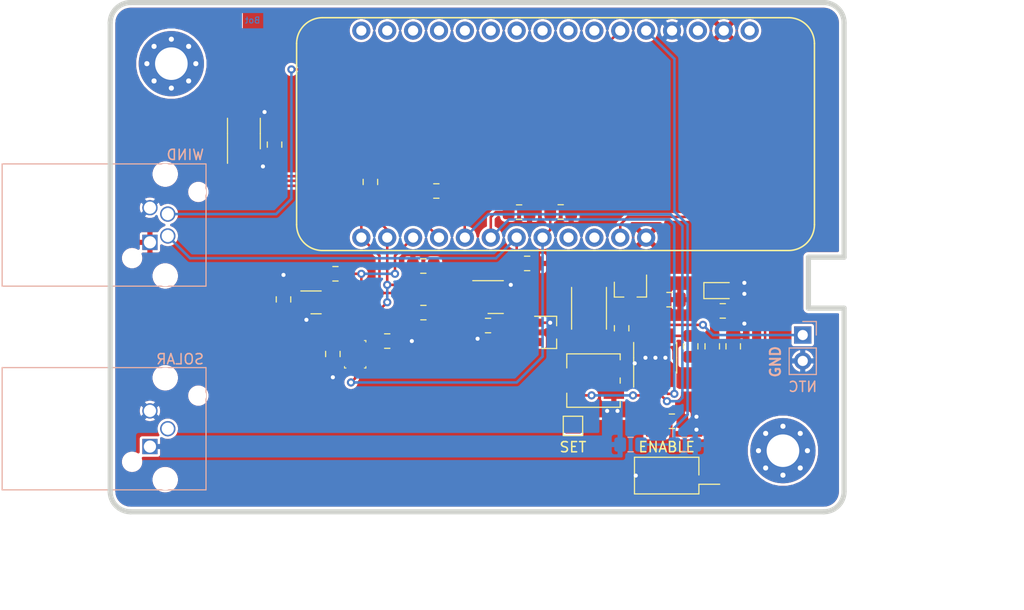
<source format=kicad_pcb>
(kicad_pcb (version 20171130) (host pcbnew "(5.1.6)-1")
  (title_block (title "Sensor Hub") (date 2020-07-11) (rev 1.1) (company https://www.kampis-elektroecke.de) (comment 1 "Author: Daniel Kampert") (comment 4 "Sensor Hub"))
  (layers (0 F.Cu signal) (31 B.Cu signal) (34 B.Paste user) (35 F.Paste user hide) (36 B.SilkS user) (37 F.SilkS user) (38 B.Mask user) (39 F.Mask user) (44 Edge.Cuts user))
  (net 0 "")
  (net 1 +3V3)
  (net 2 GND)
  (net 3 /SDA)
  (net 4 /SCL)
  (net 5 /LightAlert)
  (net 6 "Net-(M1-Pad27)")
  (net 7 /LiPo+)
  (net 8 VS)
  (net 9 /~FAULT)
  (net 10 /~CHRG)
  (net 11 /~TempAlert)
  (net 12 "Net-(IC2-Pad8)")
  (net 13 "Net-(M1-Pad5)")
  (net 14 /WindSensor)
  (net 15 "Net-(C3-Pad1)")
  (net 16 "Net-(C3-Pad2)")
  (net 17 "Net-(IC2-Pad2)")
  (net 18 "Net-(IC2-Pad7)")
  (net 19 "Net-(IC2-Pad10)")
  (net 20 /WindDirection)
  (net 21 "Net-(R4-Pad2)")
  (net 22 "Net-(IC1-Pad4)")
  (net 23 /VEML_ACK)
  (net 24 "Net-(IC4-Pad8)")
  (net 25 +5V)
  (net 26 "Net-(M1-Pad25)")
  (net 27 "Net-(M1-Pad7)")
  (net 28 "Net-(M1-Pad8)")
  (net 29 "Net-(M1-Pad9)")
  (net 30 "Net-(M1-Pad10)")
  (net 31 "Net-(M1-Pad11)")
  (net 32 "Net-(M1-Pad12)")
  (net 33 "Net-(M1-Pad13)")
  (net 34 "Net-(M1-Pad14)")
  (net 35 "Net-(M1-Pad15)")
  (net 36 "Net-(M1-Pad16)")
  (net 37 "Net-(M1-Pad3)")
  (net 38 "Net-(M1-Pad1)")
  (net 39 "Net-(X2-Pad2)")
  (module Fiducial:Fiducial_0.5mm_Mask1.5mm (layer F.Cu) (at 128.1618 107.715)
    (fp_text reference REF** hide)
    (fp_text value Fiducial_0.5mm_Mask1.5mm hide)
    (pad "" smd circle (at 0 0) (size 0.5 0.5) (layers F.Cu F.Mask) (clearance 0.5))
  )
  (module Fiducial:Fiducial_0.5mm_Mask1.5mm (layer F.Cu) (at 195.1618 77.715)
    (fp_text reference REF** hide)
    (fp_text value Fiducial_0.5mm_Mask1.5mm hide)
    (pad "" smd circle (at 0 0) (size 0.5 0.5) (layers F.Cu F.Mask) (clearance 0.5))
  )
  (module Resistor_SMD:R_0805_2012Metric_Pad1.15x1.40mm_HandSolder (layer F.Cu) (at 150.6888 93.33 270)
    (fp_text reference R15 hide)
    (fp_text value 3k3 hide)
    (pad 2 smd roundrect (at 1.025 0 270) (size 1.15 1.4) (layers F.Cu F.Paste F.Mask) (roundrect_rratio 0.217391) (net 11 /~TempAlert))
    (pad 1 smd roundrect (at -1.025 0 270) (size 1.15 1.4) (layers F.Cu F.Paste F.Mask) (roundrect_rratio 0.217391) (net 1 +3V3))
  )
  (module Modules:ParticleArgon (layer F.Cu) (at 168.8498 88.631 270)
    (fp_text reference M1 hide)
    (fp_text value ParticleArgon hide)
    (pad 28 thru_hole circle (at 10.16 -8.89 270) (size 1.778 1.778) (drill 1) (layers *.Cu *.Mask) (net 7 /LiPo+))
    (pad 27 thru_hole circle (at 10.16 -6.35 270) (size 1.778 1.778) (drill 1) (layers *.Cu *.Mask) (net 6 "Net-(M1-Pad27)"))
    (pad 26 thru_hole circle (at 10.16 -3.81 270) (size 1.778 1.778) (drill 1) (layers *.Cu *.Mask) (net 25 +5V))
    (pad 25 thru_hole circle (at 10.16 -1.27 270) (size 1.778 1.778) (drill 1) (layers *.Cu *.Mask) (net 26 "Net-(M1-Pad25)"))
    (pad 24 thru_hole circle (at 10.16 1.27 270) (size 1.778 1.778) (drill 1) (layers *.Cu *.Mask) (net 23 /VEML_ACK))
    (pad 23 thru_hole circle (at 10.16 3.81 270) (size 1.778 1.778) (drill 1) (layers *.Cu *.Mask) (net 14 /WindSensor))
    (pad 22 thru_hole circle (at 10.16 6.35 270) (size 1.778 1.778) (drill 1) (layers *.Cu *.Mask) (net 9 /~FAULT))
    (pad 21 thru_hole circle (at 10.16 8.89 270) (size 1.778 1.778) (drill 1) (layers *.Cu *.Mask) (net 10 /~CHRG))
    (pad 20 thru_hole circle (at 10.16 11.43 270) (size 1.778 1.778) (drill 1) (layers *.Cu *.Mask) (net 11 /~TempAlert))
    (pad 19 thru_hole circle (at 10.16 13.97 270) (size 1.778 1.778) (drill 1) (layers *.Cu *.Mask) (net 5 /LightAlert))
    (pad 18 thru_hole circle (at 10.16 16.51 270) (size 1.778 1.778) (drill 1) (layers *.Cu *.Mask) (net 4 /SCL))
    (pad 17 thru_hole circle (at 10.16 19.05 270) (size 1.778 1.778) (drill 1) (layers *.Cu *.Mask) (net 3 /SDA))
    (pad 5 thru_hole circle (at -10.16 -8.89 270) (size 1.778 1.778) (drill 1) (layers *.Cu *.Mask) (net 13 "Net-(M1-Pad5)"))
    (pad 6 thru_hole circle (at -10.16 -6.35 270) (size 1.778 1.778) (drill 1) (layers *.Cu *.Mask) (net 20 /WindDirection))
    (pad 7 thru_hole circle (at -10.16 -3.81 270) (size 1.778 1.778) (drill 1) (layers *.Cu *.Mask) (net 27 "Net-(M1-Pad7)"))
    (pad 8 thru_hole circle (at -10.16 -1.27 270) (size 1.778 1.778) (drill 1) (layers *.Cu *.Mask) (net 28 "Net-(M1-Pad8)"))
    (pad 9 thru_hole circle (at -10.16 1.27 270) (size 1.778 1.778) (drill 1) (layers *.Cu *.Mask) (net 29 "Net-(M1-Pad9)"))
    (pad 10 thru_hole circle (at -10.16 3.81 270) (size 1.778 1.778) (drill 1) (layers *.Cu *.Mask) (net 30 "Net-(M1-Pad10)"))
    (pad 11 thru_hole circle (at -10.16 6.35 270) (size 1.778 1.778) (drill 1) (layers *.Cu *.Mask) (net 31 "Net-(M1-Pad11)"))
    (pad 12 thru_hole circle (at -10.16 8.89 270) (size 1.778 1.778) (drill 1) (layers *.Cu *.Mask) (net 32 "Net-(M1-Pad12)"))
    (pad 13 thru_hole circle (at -10.16 11.43 270) (size 1.778 1.778) (drill 1) (layers *.Cu *.Mask) (net 33 "Net-(M1-Pad13)"))
    (pad 14 thru_hole circle (at -10.16 13.97 270) (size 1.778 1.778) (drill 1) (layers *.Cu *.Mask) (net 34 "Net-(M1-Pad14)"))
    (pad 15 thru_hole circle (at -10.16 16.51 270) (size 1.778 1.778) (drill 1) (layers *.Cu *.Mask) (net 35 "Net-(M1-Pad15)"))
    (pad 16 thru_hole circle (at -10.16 19.05 270) (size 1.778 1.778) (drill 1) (layers *.Cu *.Mask) (net 36 "Net-(M1-Pad16)"))
    (pad 4 thru_hole circle (at -10.16 -11.43 270) (size 1.778 1.778) (drill 1) (layers *.Cu *.Mask) (net 2 GND))
    (pad 3 thru_hole circle (at -10.16 -13.97 270) (size 1.778 1.778) (drill 1) (layers *.Cu *.Mask) (net 37 "Net-(M1-Pad3)"))
    (pad 2 thru_hole circle (at -10.16 -16.51 270) (size 1.778 1.778) (drill 1) (layers *.Cu *.Mask) (net 1 +3V3))
    (pad 1 thru_hole circle (at -10.16 -19.05 270) (size 1.778 1.778) (drill 1) (layers *.Cu *.Mask) (net 38 "Net-(M1-Pad1)"))
  )
  (module Connector_TE:2-2172067-2 (layer B.Cu) (at 130.812 117.559 90)
    (fp_text reference X2 hide)
    (fp_text value SOLAR (at 6.83 1.2078 180) (layer B.SilkS) (effects (justify mirror)))
    (pad "" np_thru_hole circle (at -5 -0.25 90) (size 2 2) (drill 2) (layers *.Cu *.Mask))
    (pad "" np_thru_hole circle (at 5 -0.25 90) (size 2 2) (drill 2) (layers *.Cu *.Mask))
    (pad 2 thru_hole circle (at 0 0 90) (size 1.5 1.5) (drill 1.2) (layers *.Cu) (net 39 "Net-(X2-Pad2)"))
    (pad 1 thru_hole rect (at -1.75 -1.75 90) (size 1.5 1.5) (drill 1.2) (layers *.Cu) (net 8 VS))
    (pad 3 thru_hole circle (at 1.75 -1.75 90) (size 1.5 1.5) (drill 1.2) (layers *.Cu) (net 2 GND))
    (pad "" np_thru_hole circle (at 3.25 3 90) (size 1.5 1.5) (drill 1.5) (layers *.Cu *.Mask))
    (pad "" np_thru_hole circle (at -3.25 -3.5 90) (size 1.5 1.5) (drill 1.5) (layers *.Cu *.Mask))
  )
  (module Connector_TE:3-2172067-2 (layer B.Cu) (at 130.812 97.559 90)
    (fp_text reference X1 hide)
    (fp_text value WIND (at 6.896 1.7158 180) (layer B.SilkS) (effects (justify mirror)))
    (pad 4 thru_hole circle (at 1.7 -1.75 90) (size 1.5 1.5) (drill 1.2) (layers *.Cu) (net 2 GND))
    (pad "" np_thru_hole circle (at -5 -0.25 90) (size 2 2) (drill 2) (layers *.Cu *.Mask))
    (pad "" np_thru_hole circle (at 5 -0.25 90) (size 2 2) (drill 2) (layers *.Cu *.Mask))
    (pad 2 thru_hole circle (at -1.075 0 90) (size 1.5 1.5) (drill 1.2) (layers *.Cu) (net 14 /WindSensor))
    (pad 1 thru_hole rect (at -1.7 -1.75 90) (size 1.5 1.5) (drill 1.2) (layers *.Cu) (net 1 +3V3))
    (pad 3 thru_hole circle (at 1.075 0 90) (size 1.5 1.5) (drill 1.2) (layers *.Cu) (net 20 /WindDirection))
    (pad "" np_thru_hole circle (at 3.25 3 90) (size 1.5 1.5) (drill 1.5) (layers *.Cu *.Mask))
    (pad "" np_thru_hole circle (at -3.25 -3.5 90) (size 1.5 1.5) (drill 1.5) (layers *.Cu *.Mask))
  )
  (module Resistor_SMD:R_0805_2012Metric_Pad1.15x1.40mm_HandSolder (layer F.Cu) (at 152.3398 108.951)
    (fp_text reference R16 hide)
    (fp_text value 270k hide)
    (pad 2 smd roundrect (at 1.025 0) (size 1.15 1.4) (layers F.Cu F.Paste F.Mask) (roundrect_rratio 0.217391) (net 2 GND))
    (pad 1 smd roundrect (at -1.025 0) (size 1.15 1.4) (layers F.Cu F.Paste F.Mask) (roundrect_rratio 0.217391) (net 22 "Net-(IC1-Pad4)"))
  )
  (module Resistor_SMD:R_0805_2012Metric_Pad1.15x1.40mm_HandSolder (layer F.Cu) (at 147.2598 102.347)
    (fp_text reference R14 hide)
    (fp_text value 3k3 hide)
    (pad 2 smd roundrect (at 1.025 0) (size 1.15 1.4) (layers F.Cu F.Paste F.Mask) (roundrect_rratio 0.217391) (net 5 /LightAlert))
    (pad 1 smd roundrect (at -1.025 0) (size 1.15 1.4) (layers F.Cu F.Paste F.Mask) (roundrect_rratio 0.217391) (net 1 +3V3))
  )
  (module Resistor_SMD:R_0805_2012Metric_Pad1.15x1.40mm_HandSolder (layer F.Cu) (at 169.3578 96.2764 180)
    (fp_text reference R13 hide)
    (fp_text value 3k3 hide)
    (pad 2 smd roundrect (at 1.025 0 180) (size 1.15 1.4) (layers F.Cu F.Paste F.Mask) (roundrect_rratio 0.217391) (net 23 /VEML_ACK))
    (pad 1 smd roundrect (at -1.025 0 180) (size 1.15 1.4) (layers F.Cu F.Paste F.Mask) (roundrect_rratio 0.217391) (net 1 +3V3))
  )
  (module Package_LGA_Kampi:OPLGA-6 (layer F.Cu) (at 149.1978 110.248001 90)
    (fp_text reference IC1 hide)
    (fp_text value VEML6070 hide)
    (pad 2 smd rect (at -1.17 0 90) (size 1 0.4) (layers F.Cu F.Paste F.Mask) (net 23 /VEML_ACK))
    (pad 6 smd rect (at 1.175 -0.6 90) (size 1 0.4) (layers F.Cu F.Paste F.Mask) (net 1 +3V3))
    (pad 1 smd rect (at -1.17 -0.6 90) (size 1 0.4) (layers F.Cu F.Paste F.Mask) (net 2 GND))
    (pad 5 smd rect (at 1.17 0 90) (size 1 0.4) (layers F.Cu F.Paste F.Mask) (net 4 /SCL))
    (pad 3 smd rect (at -1.17 0.6 90) (size 1 0.4) (layers F.Cu F.Paste F.Mask) (net 3 /SDA))
    (pad 4 smd rect (at 1.17 0.6 90) (size 1 0.4) (layers F.Cu F.Paste F.Mask) (net 22 "Net-(IC1-Pad4)"))
  )
  (module Capacitor_SMD:C_0805_2012Metric_Pad1.15x1.40mm_HandSolder (layer F.Cu) (at 147.0058 110.221 270)
    (fp_text reference C2 hide)
    (fp_text value 100nF hide)
    (pad 2 smd roundrect (at 1.025 0 270) (size 1.15 1.4) (layers F.Cu F.Paste F.Mask) (roundrect_rratio 0.217391) (net 2 GND))
    (pad 1 smd roundrect (at -1.025 0 270) (size 1.15 1.4) (layers F.Cu F.Paste F.Mask) (roundrect_rratio 0.217391) (net 1 +3V3))
  )
  (module Package_SON:WSON-8-1EP_2x2mm_P0.5mm_EP0.9x1.6mm (layer F.Cu) (at 145.3618 105.1536)
    (fp_text reference IC4 hide)
    (fp_text value BH1726 hide)
    (pad 6 smd rect (at 0.95 0.25) (size 0.5 0.25) (layers F.Cu F.Paste F.Mask) (net 3 /SDA))
    (pad 5 smd rect (at 0.95 0.75) (size 0.5 0.25) (layers F.Cu F.Paste F.Mask) (net 4 /SCL))
    (pad 4 smd rect (at -0.95 0.75) (size 0.5 0.25) (layers F.Cu F.Paste F.Mask) (net 2 GND))
    (pad 2 smd rect (at -0.95 -0.25) (size 0.5 0.25) (layers F.Cu F.Paste F.Mask) (net 1 +3V3))
    (pad 1 smd rect (at -0.95 -0.75) (size 0.5 0.25) (layers F.Cu F.Paste F.Mask) (net 2 GND))
    (pad 9 smd rect (at 0 0) (size 0.9 1.6) (layers F.Cu F.Mask))
    (pad 8 smd rect (at 0.95 -0.75) (size 0.5 0.25) (layers F.Cu F.Paste F.Mask) (net 24 "Net-(IC4-Pad8)"))
    (pad 7 smd rect (at 0.95 -0.25) (size 0.5 0.25) (layers F.Cu F.Paste F.Mask) (net 5 /LightAlert))
    (pad 3 smd rect (at -0.95 0.25) (size 0.5 0.25) (layers F.Cu F.Paste F.Mask) (net 2 GND))
  )
  (module Resistor_SMD:R_0805_2012Metric_Pad1.15x1.40mm_HandSolder (layer B.Cu) (at 181.5338 119.111 180)
    (fp_text reference R9 hide)
    (fp_text value 22k hide)
    (pad 2 smd roundrect (at 1.025 0 180) (size 1.15 1.4) (layers B.Cu B.Paste B.Mask) (roundrect_rratio 0.217391) (net 13 "Net-(M1-Pad5)"))
    (pad 1 smd roundrect (at -1.025 0 180) (size 1.15 1.4) (layers B.Cu B.Paste B.Mask) (roundrect_rratio 0.217391) (net 2 GND))
  )
  (module Resistor_SMD:R_0805_2012Metric_Pad1.15x1.40mm_HandSolder (layer B.Cu) (at 176.2158 119.111)
    (fp_text reference R8 hide)
    (fp_text value 100k hide)
    (pad 2 smd roundrect (at 1.025 0) (size 1.15 1.4) (layers B.Cu B.Paste B.Mask) (roundrect_rratio 0.217391) (net 13 "Net-(M1-Pad5)"))
    (pad 1 smd roundrect (at -1.025 0) (size 1.15 1.4) (layers B.Cu B.Paste B.Mask) (roundrect_rratio 0.217391) (net 8 VS))
  )
  (module Potentiometer_SMD_Kampi:Potentiometer_Vishay_TS53YJ_Vertical (layer F.Cu) (at 172.5742 112.8301)
    (fp_text reference RV1 hide)
    (fp_text value 10k hide)
    (pad 3 smd rect (at 2 1.15) (size 2 1.3) (layers F.Cu F.Paste F.Mask) (net 8 VS))
    (pad 2 smd rect (at -2 0) (size 2 2) (layers F.Cu F.Paste F.Mask) (net 17 "Net-(IC2-Pad2)"))
    (pad 1 smd rect (at 2 -1.15) (size 2 1.3) (layers F.Cu F.Paste F.Mask) (net 2 GND))
  )
  (module Capacitor_Tantalum_SMD:CP_EIA-1608-08_AVX-J_Pad1.25x1.05mm_HandSolder (layer F.Cu) (at 185.0898 103.998)
    (fp_text reference C5 hide)
    (fp_text value 100uF hide)
    (pad 1 smd roundrect (at -0.8 0) (size 1.25 1.05) (layers F.Cu F.Paste F.Mask) (roundrect_rratio 0.238095) (net 7 /LiPo+))
    (pad 2 smd roundrect (at 0.8 0) (size 1.25 1.05) (layers F.Cu F.Paste F.Mask) (roundrect_rratio 0.238095) (net 2 GND))
  )
  (module Connector_PinHeader_2.54mm:PinHeader_1x02_P2.54mm_Vertical (layer B.Cu) (at 193.1035 108.36172 180)
    (fp_text reference R3 hide)
    (fp_text value NTC (at 0 -5.08) (layer B.SilkS) (effects (justify mirror)))
    (pad 2 thru_hole oval (at 0 -2.54 180) (size 1.7 1.7) (drill 1) (layers *.Cu *.Mask) (net 2 GND))
    (pad 1 thru_hole rect (at 0 0 180) (size 1.7 1.7) (drill 1) (layers *.Cu *.Mask) (net 12 "Net-(IC2-Pad8)"))
  )
  (module TestPoint:TestPoint_Pad_1.5x1.5mm (layer F.Cu) (at 170.561 117.2821)
    (fp_text reference TP1 hide)
    (fp_text value SET (at 0 2.0829) (layer F.SilkS))
    (pad 1 smd rect (at 0.0132 0) (size 1.5 1.5) (layers F.Cu F.Mask) (net 17 "Net-(IC2-Pad2)"))
  )
  (module Resistor_SMD:R_0805_2012Metric_Pad1.15x1.40mm_HandSolder (layer F.Cu) (at 180.0258 104.887 180)
    (fp_text reference R7 hide)
    (fp_text value 0R22 hide)
    (pad 1 smd roundrect (at -1.025 0 180) (size 1.15 1.4) (layers F.Cu F.Paste F.Mask) (roundrect_rratio 0.217391) (net 7 /LiPo+))
    (pad 2 smd roundrect (at 1.025 0 180) (size 1.15 1.4) (layers F.Cu F.Paste F.Mask) (roundrect_rratio 0.217391) (net 19 "Net-(IC2-Pad10)"))
  )
  (module Resistor_SMD:R_0805_2012Metric_Pad1.15x1.40mm_HandSolder (layer F.Cu) (at 186.2836 109.47 270)
    (fp_text reference R6 hide)
    (fp_text value 220k hide)
    (pad 1 smd roundrect (at -1.025 0 270) (size 1.15 1.4) (layers F.Cu F.Paste F.Mask) (roundrect_rratio 0.217391) (net 2 GND))
    (pad 2 smd roundrect (at 1.025 0 270) (size 1.15 1.4) (layers F.Cu F.Paste F.Mask) (roundrect_rratio 0.217391) (net 21 "Net-(R4-Pad2)"))
  )
  (module Resistor_SMD:R_0805_2012Metric_Pad1.15x1.40mm_HandSolder (layer F.Cu) (at 184.2262 109.47 90)
    (fp_text reference R5 hide)
    (fp_text value 47k hide)
    (pad 1 smd roundrect (at -1.025 0 90) (size 1.15 1.4) (layers F.Cu F.Paste F.Mask) (roundrect_rratio 0.217391) (net 21 "Net-(R4-Pad2)"))
    (pad 2 smd roundrect (at 1.025 0 90) (size 1.15 1.4) (layers F.Cu F.Paste F.Mask) (roundrect_rratio 0.217391) (net 7 /LiPo+))
  )
  (module Resistor_SMD:R_0805_2012Metric_Pad1.15x1.40mm_HandSolder (layer F.Cu) (at 182.1106 109.47 270)
    (fp_text reference R4 hide)
    (fp_text value 220k hide)
    (pad 1 smd roundrect (at -1.025 0 270) (size 1.15 1.4) (layers F.Cu F.Paste F.Mask) (roundrect_rratio 0.217391) (net 18 "Net-(IC2-Pad7)"))
    (pad 2 smd roundrect (at 1.025 0 270) (size 1.15 1.4) (layers F.Cu F.Paste F.Mask) (roundrect_rratio 0.217391) (net 21 "Net-(R4-Pad2)"))
  )
  (module Resistor_SMD:R_0805_2012Metric_Pad1.15x1.40mm_HandSolder (layer F.Cu) (at 165.2778 96.289)
    (fp_text reference R1 hide)
    (fp_text value 10k hide)
    (pad 2 smd roundrect (at 1.025 0) (size 1.15 1.4) (layers F.Cu F.Paste F.Mask) (roundrect_rratio 0.217391) (net 1 +3V3))
    (pad 1 smd roundrect (at -1.025 0) (size 1.15 1.4) (layers F.Cu F.Paste F.Mask) (roundrect_rratio 0.217391) (net 9 /~FAULT))
  )
  (module Resistor_SMD:R_0805_2012Metric_Pad1.15x1.40mm_HandSolder (layer F.Cu) (at 157.1588 94.219)
    (fp_text reference R2 hide)
    (fp_text value 10k hide)
    (pad 2 smd roundrect (at 1.025 0) (size 1.15 1.4) (layers F.Cu F.Paste F.Mask) (roundrect_rratio 0.217391) (net 10 /~CHRG))
    (pad 1 smd roundrect (at -1.025 0) (size 1.15 1.4) (layers F.Cu F.Paste F.Mask) (roundrect_rratio 0.217391) (net 1 +3V3))
  )
  (module Inductor_SMD:L_2512_6332Metric_Pad1.52x3.35mm_HandSolder (layer F.Cu) (at 172.1358 105.7348 270)
    (fp_text reference L1 hide)
    (fp_text value 68uH hide)
    (pad 1 smd roundrect (at -2.9875 0 270) (size 1.525 3.35) (layers F.Cu F.Paste F.Mask) (roundrect_rratio 0.163934) (net 19 "Net-(IC2-Pad10)"))
    (pad 2 smd roundrect (at 2.9875 0 270) (size 1.525 3.35) (layers F.Cu F.Paste F.Mask) (roundrect_rratio 0.163934) (net 16 "Net-(C3-Pad2)"))
  )
  (module Diode_SMD:D_SOT-23_ANK (layer F.Cu) (at 168.1988 108.1)
    (fp_text reference D1 hide)
    (fp_text value ZLLS500 hide)
    (pad 2 smd rect (at -1 -0.95) (size 0.9 0.8) (layers F.Cu F.Paste F.Mask) (net 2 GND))
    (pad "" smd rect (at -1 0.95) (size 0.9 0.8) (layers F.Cu F.Paste F.Mask))
    (pad 1 smd rect (at 1 0) (size 0.9 0.8) (layers F.Cu F.Paste F.Mask) (net 16 "Net-(C3-Pad2)"))
  )
  (module Diode_SMD:D_SOT-23_ANK (layer F.Cu) (at 176.1998 103.871 270)
    (fp_text reference D2 hide)
    (fp_text value ZLLS500 hide)
    (pad 2 smd rect (at -1 -0.95 270) (size 0.9 0.8) (layers F.Cu F.Paste F.Mask) (net 7 /LiPo+))
    (pad "" smd rect (at -1 0.95 270) (size 0.9 0.8) (layers F.Cu F.Paste F.Mask))
    (pad 1 smd rect (at 1 0 270) (size 0.9 0.8) (layers F.Cu F.Paste F.Mask) (net 15 "Net-(C3-Pad1)"))
  )
  (module Capacitor_SMD:C_0805_2012Metric_Pad1.15x1.40mm_HandSolder (layer F.Cu) (at 180.2638 116.825 180)
    (fp_text reference C9 hide)
    (fp_text value 10uF hide)
    (pad 1 smd roundrect (at -1.025 0 180) (size 1.15 1.4) (layers F.Cu F.Paste F.Mask) (roundrect_rratio 0.217391) (net 2 GND))
    (pad 2 smd roundrect (at 1.025 0 180) (size 1.15 1.4) (layers F.Cu F.Paste F.Mask) (roundrect_rratio 0.217391) (net 8 VS))
  )
  (module Capacitor_SMD:C_0805_2012Metric_Pad1.15x1.40mm_HandSolder (layer F.Cu) (at 185.2586 105.9918)
    (fp_text reference C4 hide)
    (fp_text value 10uF hide)
    (pad 1 smd roundrect (at -1.025 0) (size 1.15 1.4) (layers F.Cu F.Paste F.Mask) (roundrect_rratio 0.217391) (net 7 /LiPo+))
    (pad 2 smd roundrect (at 1.025 0) (size 1.15 1.4) (layers F.Cu F.Paste F.Mask) (roundrect_rratio 0.217391) (net 2 GND))
  )
  (module Capacitor_SMD:C_0805_2012Metric_Pad1.15x1.40mm_HandSolder (layer F.Cu) (at 175.3362 107.6936 270)
    (fp_text reference C3 hide)
    (fp_text value 1uF hide)
    (pad 1 smd roundrect (at -1.025 0 270) (size 1.15 1.4) (layers F.Cu F.Paste F.Mask) (roundrect_rratio 0.217391) (net 15 "Net-(C3-Pad1)"))
    (pad 2 smd roundrect (at 1.025 0 270) (size 1.15 1.4) (layers F.Cu F.Paste F.Mask) (roundrect_rratio 0.217391) (net 16 "Net-(C3-Pad2)"))
  )
  (module Capacitor_SMD:C_0805_2012Metric_Pad1.15x1.40mm_HandSolder (layer F.Cu) (at 141.28666 89.66352 270)
    (fp_text reference C7 hide)
    (fp_text value 100nF hide)
    (pad 2 smd roundrect (at 1.025 0 270) (size 1.15 1.4) (layers F.Cu F.Paste F.Mask) (roundrect_rratio 0.217391) (net 2 GND))
    (pad 1 smd roundrect (at -1.025 0 270) (size 1.15 1.4) (layers F.Cu F.Paste F.Mask) (roundrect_rratio 0.217391) (net 1 +3V3))
  )
  (module Capacitor_SMD:C_0805_2012Metric_Pad1.15x1.40mm_HandSolder (layer F.Cu) (at 142.1638 104.8616 90)
    (fp_text reference C6 hide)
    (fp_text value 100nF hide)
    (pad 2 smd roundrect (at 1.025 0 90) (size 1.15 1.4) (layers F.Cu F.Paste F.Mask) (roundrect_rratio 0.217391) (net 2 GND))
    (pad 1 smd roundrect (at -1.025 0 90) (size 1.15 1.4) (layers F.Cu F.Paste F.Mask) (roundrect_rratio 0.217391) (net 1 +3V3))
  )
  (module Capacitor_SMD:C_0805_2012Metric_Pad1.15x1.40mm_HandSolder (layer F.Cu) (at 162.2298 107.427 180)
    (fp_text reference C8 hide)
    (fp_text value 100nF hide)
    (pad 2 smd roundrect (at 1.025 0 180) (size 1.15 1.4) (layers F.Cu F.Paste F.Mask) (roundrect_rratio 0.217391) (net 2 GND))
    (pad 1 smd roundrect (at -1.025 0 180) (size 1.15 1.4) (layers F.Cu F.Paste F.Mask) (roundrect_rratio 0.217391) (net 1 +3V3))
  )
  (module MountingHole:MountingHole_3.2mm_M3_Pad_Via (layer F.Cu) (at 131.1618 81.715 270)
    (fp_text reference "")
    (fp_text value "")
    (pad 1 thru_hole circle (at 1.697056 -1.697056 270) (size 0.8 0.8) (drill 0.5) (layers *.Cu *.Mask))
    (pad 1 thru_hole circle (at 0 -2.4 270) (size 0.8 0.8) (drill 0.5) (layers *.Cu *.Mask))
    (pad 1 thru_hole circle (at -1.697056 -1.697056 270) (size 0.8 0.8) (drill 0.5) (layers *.Cu *.Mask))
    (pad 1 thru_hole circle (at -2.4 0 270) (size 0.8 0.8) (drill 0.5) (layers *.Cu *.Mask))
    (pad 1 thru_hole circle (at -1.697056 1.697056 270) (size 0.8 0.8) (drill 0.5) (layers *.Cu *.Mask))
    (pad 1 thru_hole circle (at 0 2.4 270) (size 0.8 0.8) (drill 0.5) (layers *.Cu *.Mask))
    (pad 1 thru_hole circle (at 1.697056 1.697056 270) (size 0.8 0.8) (drill 0.5) (layers *.Cu *.Mask))
    (pad 1 thru_hole circle (at 2.4 0 270) (size 0.8 0.8) (drill 0.5) (layers *.Cu *.Mask))
    (pad 1 thru_hole circle (at 0 0 270) (size 6.4 6.4) (drill 3.2) (layers *.Cu *.Mask))
  )
  (module MountingHole:MountingHole_3.2mm_M3_Pad_Via (layer F.Cu) (at 191.1618 119.715 180)
    (fp_text reference "")
    (fp_text value "" hide)
    (pad 1 thru_hole circle (at 1.697056 -1.697056 180) (size 0.8 0.8) (drill 0.5) (layers *.Cu *.Mask))
    (pad 1 thru_hole circle (at 0 -2.4 180) (size 0.8 0.8) (drill 0.5) (layers *.Cu *.Mask))
    (pad 1 thru_hole circle (at -1.697056 -1.697056 180) (size 0.8 0.8) (drill 0.5) (layers *.Cu *.Mask))
    (pad 1 thru_hole circle (at -2.4 0 180) (size 0.8 0.8) (drill 0.5) (layers *.Cu *.Mask))
    (pad 1 thru_hole circle (at -1.697056 1.697056 180) (size 0.8 0.8) (drill 0.5) (layers *.Cu *.Mask))
    (pad 1 thru_hole circle (at 0 2.4 180) (size 0.8 0.8) (drill 0.5) (layers *.Cu *.Mask))
    (pad 1 thru_hole circle (at 1.697056 1.697056 180) (size 0.8 0.8) (drill 0.5) (layers *.Cu *.Mask))
    (pad 1 thru_hole circle (at 2.4 0 180) (size 0.8 0.8) (drill 0.5) (layers *.Cu *.Mask))
    (pad 1 thru_hole circle (at 0 0 180) (size 6.4 6.4) (drill 3.2) (layers *.Cu *.Mask))
  )
  (module Package_SO:MSOP-8_3x3mm_P0.65mm (layer F.Cu) (at 138.27966 88.57562 90)
    (fp_text reference IC5 hide)
    (fp_text value MCP9808 hide)
    (pad 1 smd roundrect (at -2.1125 -0.975 90) (size 1.625 0.5) (layers F.Cu F.Paste F.Mask) (net 3 /SDA))
    (pad 2 smd roundrect (at -2.1125 -0.325 90) (size 1.625 0.5) (layers F.Cu F.Paste F.Mask) (net 4 /SCL))
    (pad 3 smd roundrect (at -2.1125 0.325 90) (size 1.625 0.5) (layers F.Cu F.Paste F.Mask) (net 11 /~TempAlert))
    (pad 4 smd roundrect (at -2.1125 0.975 90) (size 1.625 0.5) (layers F.Cu F.Paste F.Mask) (net 2 GND))
    (pad 5 smd roundrect (at 2.1125 0.975 90) (size 1.625 0.5) (layers F.Cu F.Paste F.Mask) (net 2 GND))
    (pad 6 smd roundrect (at 2.1125 0.325 90) (size 1.625 0.5) (layers F.Cu F.Paste F.Mask) (net 2 GND))
    (pad 7 smd roundrect (at 2.1125 -0.325 90) (size 1.625 0.5) (layers F.Cu F.Paste F.Mask) (net 2 GND))
    (pad 8 smd roundrect (at 2.1125 -0.975 90) (size 1.625 0.5) (layers F.Cu F.Paste F.Mask) (net 1 +3V3))
  )
  (module Resistor_SMD:R_0805_2012Metric_Pad1.15x1.40mm_HandSolder (layer F.Cu) (at 155.8798 101.585)
    (fp_text reference R10 hide)
    (fp_text value 3k3 hide)
    (pad 2 smd roundrect (at 1.025 0) (size 1.15 1.4) (layers F.Cu F.Paste F.Mask) (roundrect_rratio 0.217391) (net 4 /SCL))
    (pad 1 smd roundrect (at -1.025 0) (size 1.15 1.4) (layers F.Cu F.Paste F.Mask) (roundrect_rratio 0.217391) (net 1 +3V3))
  )
  (module Resistor_SMD:R_0805_2012Metric_Pad1.15x1.40mm_HandSolder (layer F.Cu) (at 155.8888 106.157)
    (fp_text reference R11 hide)
    (fp_text value 3k3 hide)
    (pad 1 smd roundrect (at -1.025 0) (size 1.15 1.4) (layers F.Cu F.Paste F.Mask) (roundrect_rratio 0.217391) (net 1 +3V3))
    (pad 2 smd roundrect (at 1.025 0) (size 1.15 1.4) (layers F.Cu F.Paste F.Mask) (roundrect_rratio 0.217391) (net 3 /SDA))
  )
  (module Resistor_SMD:R_0805_2012Metric_Pad1.15x1.40mm_HandSolder (layer F.Cu) (at 166.0648 101.331 180)
    (fp_text reference R12 hide)
    (fp_text value 3k3 hide)
    (pad 2 smd roundrect (at 1.025 0 180) (size 1.15 1.4) (layers F.Cu F.Paste F.Mask) (roundrect_rratio 0.217391) (net 14 /WindSensor))
    (pad 1 smd roundrect (at -1.025 0 180) (size 1.15 1.4) (layers F.Cu F.Paste F.Mask) (roundrect_rratio 0.217391) (net 1 +3V3))
  )
  (module Button_Switch_SMD:SW_DIP_SPSTx01_Slide_Omron_A6S-110x_W8.9mm_P2.54mm (layer F.Cu) (at 179.7558 122.159 180)
    (fp_text reference SW1 hide)
    (fp_text value ENABLE (at 0 2.8) (layer F.SilkS))
    (pad 1 smd rect (at -4.45 0 180) (size 1.5 1.1) (layers F.Cu F.Paste F.Mask) (net 6 "Net-(M1-Pad27)"))
    (pad 2 smd rect (at 4.45 0 180) (size 1.5 1.1) (layers F.Cu F.Paste F.Mask) (net 2 GND))
  )
  (module Package_SO:MSOP-12-1EP_3x4mm_P0.65mm_EP1.65x2.85mm (layer F.Cu) (at 178.6255 110.5892 90)
    (fp_text reference IC2 hide)
    (fp_text value LT3652EMSE hide)
    (pad 13 smd roundrect (at 0 0 90) (size 1.65 2.85) (layers F.Cu F.Mask) (roundrect_rratio 0.151515) (net 2 GND))
    (pad 1 smd roundrect (at -2.15 -1.625 90) (size 1.45 0.4) (layers F.Cu F.Paste F.Mask) (net 8 VS))
    (pad 2 smd roundrect (at -2.15 -0.975 90) (size 1.45 0.4) (layers F.Cu F.Paste F.Mask) (net 17 "Net-(IC2-Pad2)"))
    (pad 3 smd roundrect (at -2.15 -0.325 90) (size 1.45 0.4) (layers F.Cu F.Paste F.Mask) (net 8 VS))
    (pad 4 smd roundrect (at -2.15 0.325 90) (size 1.45 0.4) (layers F.Cu F.Paste F.Mask) (net 10 /~CHRG))
    (pad 5 smd roundrect (at -2.15 0.975 90) (size 1.45 0.4) (layers F.Cu F.Paste F.Mask) (net 9 /~FAULT))
    (pad 6 smd roundrect (at -2.15 1.625 90) (size 1.45 0.4) (layers F.Cu F.Paste F.Mask) (net 2 GND))
    (pad 7 smd roundrect (at 2.15 1.625 90) (size 1.45 0.4) (layers F.Cu F.Paste F.Mask) (net 18 "Net-(IC2-Pad7)"))
    (pad 8 smd roundrect (at 2.15 0.975 90) (size 1.45 0.4) (layers F.Cu F.Paste F.Mask) (net 12 "Net-(IC2-Pad8)"))
    (pad 9 smd roundrect (at 2.15 0.325 90) (size 1.45 0.4) (layers F.Cu F.Paste F.Mask) (net 7 /LiPo+))
    (pad 10 smd roundrect (at 2.15 -0.325 90) (size 1.45 0.4) (layers F.Cu F.Paste F.Mask) (net 19 "Net-(IC2-Pad10)"))
    (pad 11 smd roundrect (at 2.15 -0.975 90) (size 1.45 0.4) (layers F.Cu F.Paste F.Mask) (net 15 "Net-(C3-Pad1)"))
    (pad 12 smd roundrect (at 2.15 -1.625 90) (size 1.45 0.4) (layers F.Cu F.Paste F.Mask) (net 16 "Net-(C3-Pad2)"))
  )
  (module Bosch:Bosch_LGA-8_3x3mm_P0.8mm_ClockwisePinNumbering (layer F.Cu) (at 162.2298 104.633 90)
    (fp_text reference IC3 hide)
    (fp_text value BME680 hide)
    (pad 1 smd roundrect (at -1.2 -1.1875 90) (size 0.5 0.525) (layers F.Cu F.Paste F.Mask) (net 2 GND))
    (pad 2 smd roundrect (at -0.4 -1.1875 90) (size 0.5 0.525) (layers F.Cu F.Paste F.Mask) (net 1 +3V3))
    (pad 3 smd roundrect (at 0.4 -1.1875 90) (size 0.5 0.525) (layers F.Cu F.Paste F.Mask) (net 3 /SDA))
    (pad 4 smd roundrect (at 1.2 -1.1875 90) (size 0.5 0.525) (layers F.Cu F.Paste F.Mask) (net 4 /SCL))
    (pad 5 smd roundrect (at 1.2 1.1875 90) (size 0.5 0.525) (layers F.Cu F.Paste F.Mask) (net 2 GND))
    (pad 6 smd roundrect (at 0.4 1.1875 90) (size 0.5 0.525) (layers F.Cu F.Paste F.Mask) (net 1 +3V3))
    (pad 7 smd roundrect (at -0.4 1.1875 90) (size 0.5 0.525) (layers F.Cu F.Paste F.Mask) (net 2 GND))
    (pad 8 smd roundrect (at -1.2 1.1875 90) (size 0.5 0.525) (layers F.Cu F.Paste F.Mask) (net 1 +3V3))
  )
  (gr_arc (start 195.1618 77.715) (end 197.1618 77.715) (angle -90) (layer Edge.Cuts) (width 0.5))
  (gr_arc (start 195.1618 123.715) (end 195.1618 125.715) (angle -90) (layer Edge.Cuts) (width 0.5))
  (gr_arc (start 127.1618 123.715) (end 125.1618 123.715) (angle -90) (layer Edge.Cuts) (width 0.5))
  (gr_arc (start 127.1618 77.715) (end 127.1618 75.715) (angle -90) (layer Edge.Cuts) (width 0.5))
  (gr_text Bot (at 139.1318 77.455) (layer B.Cu) (effects (font (size 0.6 0.6) (thickness 0.09)) (justify mirror)))
  (gr_text Top (at 137.0998 77.455) (layer F.Cu) (effects (font (size 0.6 0.6) (thickness 0.09))))
  (gr_text GND (at 190.4238 110.983 90) (layer B.SilkS) (effects (font (size 1 1) (thickness 0.2))))
  (gr_line (start 197.1618 123.715) (end 197.1618 105.715) (layer Edge.Cuts) (width 0.5))
  (gr_line (start 197.1618 100.715) (end 193.6618 100.715) (layer Edge.Cuts) (width 0.5))
  (gr_line (start 197.1618 77.715) (end 197.1618 100.715) (layer Edge.Cuts) (width 0.5))
  (gr_line (start 193.6618 105.715) (end 197.1618 105.715) (layer Edge.Cuts) (width 0.5))
  (gr_line (start 193.6618 100.715) (end 193.6618 105.715) (layer Edge.Cuts) (width 0.5))
  (gr_text 1.1 (at 162.2298 123.683) (layer F.Cu) (effects (font (size 1 1))))
  (gr_text "Sensor Hub" (at 162.9918 122.159) (layer F.Cu) (effects (font (size 1 1))))
  (gr_line (start 127.1618 75.715) (end 195.1618 75.715) (layer Edge.Cuts) (width 0.5))
  (gr_line (start 125.1618 123.715) (end 125.1618 77.715) (layer Edge.Cuts) (width 0.5))
  (gr_line (start 195.1618 125.715) (end 127.1618 125.715) (layer Edge.Cuts) (width 0.5))
  (segment (start 163.2548 106.627) (end 163.2548 107.427) (width 0.25) (layer F.Cu) (net 1))
  (segment (start 163.4173 105.833) (end 163.4173 106.4645) (width 0.25) (layer F.Cu) (net 1))
  (segment (start 163.4173 106.4645) (end 163.2548 106.627) (width 0.25) (layer F.Cu) (net 1))
  (segment (start 164.0938 105.833) (end 163.4173 105.833) (width 0.25) (layer F.Cu) (net 1))
  (segment (start 164.2778 105.649) (end 164.0938 105.833) (width 0.25) (layer F.Cu) (net 1))
  (segment (start 164.2778 104.379) (end 164.2778 105.649) (width 0.25) (layer F.Cu) (net 1))
  (segment (start 163.4173 104.233) (end 164.1318 104.233) (width 0.25) (layer F.Cu) (net 1))
  (segment (start 164.1318 104.233) (end 164.2778 104.379) (width 0.25) (layer F.Cu) (net 1))
  (segment (start 142.1638 105.3116) (end 142.1638 105.8866) (width 0.25) (layer F.Cu) (net 1))
  (segment (start 144.3618 104.9036) (end 142.5718 104.9036) (width 0.25) (layer F.Cu) (net 1))
  (segment (start 142.5718 104.9036) (end 142.1638 105.3116) (width 0.25) (layer F.Cu) (net 1))
  (segment (start 148.5978 109.073001) (end 148.153799 109.073001) (width 0.25) (layer F.Cu) (net 1))
  (segment (start 148.0308 109.196) (end 147.0058 109.196) (width 0.25) (layer F.Cu) (net 1))
  (segment (start 148.153799 109.073001) (end 148.0308 109.196) (width 0.25) (layer F.Cu) (net 1))
  (segment (start 137.8207 87.79166) (end 137.30466 87.27562) (width 0.25) (layer F.Cu) (net 1))
  (segment (start 137.30466 87.27562) (end 137.30466 86.46312) (width 0.25) (layer F.Cu) (net 1))
  (segment (start 139.50446 87.79166) (end 137.8207 87.79166) (width 0.25) (layer F.Cu) (net 1))
  (segment (start 141.28666 88.63852) (end 140.35132 88.63852) (width 0.25) (layer F.Cu) (net 1))
  (segment (start 140.35132 88.63852) (end 139.50446 87.79166) (width 0.25) (layer F.Cu) (net 1))
  (via (at 177.673 110.5892) (size 0.8) (drill 0.4) (layers F.Cu B.Cu) (net 2))
  (via (at 178.6509 110.5892) (size 0.8) (drill 0.4) (layers F.Cu B.Cu) (net 2))
  (via (at 182.6768 117.6505) (size 0.8) (drill 0.4) (layers F.Cu B.Cu) (net 2))
  (segment (start 186.281 105.9892) (end 186.2836 105.9918) (width 0.25) (layer F.Cu) (net 2))
  (via (at 187.3758 104.3155) (size 0.8) (drill 0.4) (layers F.Cu B.Cu) (net 2))
  (via (at 179.6288 110.5892) (size 0.8) (drill 0.4) (layers F.Cu B.Cu) (net 2))
  (segment (start 161.0423 106.4645) (end 161.0423 105.833) (width 0.25) (layer F.Cu) (net 2))
  (segment (start 161.2048 107.427) (end 161.2048 106.627) (width 0.25) (layer F.Cu) (net 2))
  (segment (start 161.2048 106.627) (end 161.0423 106.4645) (width 0.25) (layer F.Cu) (net 2))
  (segment (start 139.25506 90.68852) (end 139.25466 90.68812) (width 0.25) (layer F.Cu) (net 2))
  (segment (start 141.28666 90.68852) (end 139.25506 90.68852) (width 0.25) (layer F.Cu) (net 2))
  (segment (start 138.60466 86.46312) (end 139.25466 86.46312) (width 0.25) (layer F.Cu) (net 2))
  (segment (start 138.60466 86.46312) (end 137.95466 86.46312) (width 0.25) (layer F.Cu) (net 2))
  (via (at 182.6768 116.3805) (size 0.8) (drill 0.4) (layers F.Cu B.Cu) (net 2))
  (via (at 187.3758 103.236) (size 0.8) (drill 0.4) (layers F.Cu B.Cu) (net 2))
  (via (at 187.3758 107.2365) (size 0.8) (drill 0.4) (layers F.Cu B.Cu) (net 2))
  (segment (start 174.5742 111.6801) (end 176.0741 111.6801) (width 0.25) (layer F.Cu) (net 2))
  (segment (start 176.0741 111.6801) (end 176.6189 111.1353) (width 0.25) (layer F.Cu) (net 2))
  (via (at 176.6189 111.1353) (size 0.8) (drill 0.4) (layers F.Cu B.Cu) (net 2))
  (via (at 168.325792 107.15) (size 0.8) (drill 0.4) (layers F.Cu B.Cu) (net 2))
  (segment (start 167.1988 107.15) (end 168.302792 107.15) (width 0.25) (layer F.Cu) (net 2))
  (via (at 164.4618 103.433) (size 0.8) (drill 0.4) (layers F.Cu B.Cu) (net 2))
  (segment (start 163.4173 103.433) (end 164.4618 103.433) (width 0.25) (layer F.Cu) (net 2))
  (segment (start 142.1728 103.8456) (end 142.1638 103.8366) (width 0.25) (layer F.Cu) (net 2))
  (segment (start 144.0467 103.8456) (end 142.1728 103.8456) (width 0.25) (layer F.Cu) (net 2))
  (segment (start 144.3618 104.4036) (end 144.3618 104.1607) (width 0.25) (layer F.Cu) (net 2))
  (segment (start 144.3618 104.1607) (end 144.0467 103.8456) (width 0.25) (layer F.Cu) (net 2))
  (segment (start 148.5978 111.418001) (end 148.202801 111.418001) (width 0.25) (layer F.Cu) (net 2))
  (segment (start 148.0308 111.246) (end 147.0058 111.246) (width 0.25) (layer F.Cu) (net 2))
  (segment (start 148.202801 111.418001) (end 148.0308 111.246) (width 0.25) (layer F.Cu) (net 2))
  (segment (start 147.0058 111.246) (end 147.0058 112.507) (width 0.4) (layer F.Cu) (net 2))
  (via (at 147.0058 112.507) (size 0.8) (drill 0.4) (layers F.Cu B.Cu) (net 2))
  (via (at 140.30368 86.46312) (size 0.8) (drill 0.4) (layers F.Cu B.Cu) (net 2))
  (segment (start 139.25466 86.46312) (end 140.30368 86.46312) (width 0.25) (layer F.Cu) (net 2))
  (segment (start 161.8078 105.833) (end 161.0423 105.833) (width 0.25) (layer F.Cu) (net 2))
  (segment (start 163.4173 105.033) (end 162.6078 105.033) (width 0.25) (layer F.Cu) (net 2))
  (segment (start 162.6078 105.033) (end 161.8078 105.833) (width 0.25) (layer F.Cu) (net 2))
  (segment (start 144.4118 105.4036) (end 144.4118 105.9036) (width 0.25) (layer F.Cu) (net 2))
  (via (at 142.1638 102.45797) (size 0.8) (drill 0.4) (layers F.Cu B.Cu) (net 2))
  (segment (start 142.1638 103.8366) (end 142.1638 102.45797) (width 0.4) (layer F.Cu) (net 2))
  (via (at 176.723816 122.159) (size 0.8) (drill 0.4) (layers F.Cu B.Cu) (net 2))
  (segment (start 175.3058 122.159) (end 176.723816 122.159) (width 0.25) (layer F.Cu) (net 2))
  (via (at 161.2048 108.721992) (size 0.8) (drill 0.4) (layers F.Cu B.Cu) (net 2))
  (segment (start 161.2048 107.427) (end 161.2048 108.721992) (width 0.4) (layer F.Cu) (net 2))
  (via (at 144.411797 106.864997) (size 0.8) (drill 0.4) (layers F.Cu B.Cu) (net 2))
  (segment (start 144.4118 106.864994) (end 144.411797 106.864997) (width 0.25) (layer F.Cu) (net 2))
  (segment (start 144.4118 105.9036) (end 144.4118 106.864994) (width 0.25) (layer F.Cu) (net 2))
  (via (at 154.7528 108.951008) (size 0.8) (drill 0.4) (layers F.Cu B.Cu) (net 2))
  (segment (start 154.752792 108.951) (end 154.7528 108.951008) (width 0.25) (layer F.Cu) (net 2))
  (segment (start 153.3648 108.951) (end 154.752792 108.951) (width 0.25) (layer F.Cu) (net 2))
  (via (at 140.1478 91.806) (size 0.8) (drill 0.4) (layers F.Cu B.Cu) (net 2))
  (segment (start 140.27066 91.92886) (end 140.1478 91.806) (width 0.4) (layer F.Cu) (net 2))
  (segment (start 140.16918 91.806) (end 140.1478 91.806) (width 0.4) (layer F.Cu) (net 2))
  (segment (start 141.28666 90.68852) (end 140.16918 91.806) (width 0.4) (layer F.Cu) (net 2))
  (segment (start 180.2505 111.2109) (end 179.6288 110.5892) (width 0.25) (layer F.Cu) (net 2))
  (segment (start 180.2505 112.7392) (end 180.2505 111.2109) (width 0.25) (layer F.Cu) (net 2))
  (segment (start 156.9138 104.949) (end 157.6298 104.233) (width 0.25) (layer F.Cu) (net 3))
  (segment (start 156.9138 106.157) (end 156.9138 104.949) (width 0.25) (layer F.Cu) (net 3))
  (segment (start 157.6298 104.233) (end 161.0423 104.233) (width 0.25) (layer F.Cu) (net 3))
  (segment (start 149.7838 98.829) (end 149.7748 98.82) (width 0.25) (layer F.Cu) (net 3))
  (segment (start 149.7978 111.418001) (end 155.714799 111.418001) (width 0.25) (layer F.Cu) (net 3))
  (segment (start 156.9138 110.219) (end 156.9138 106.157) (width 0.25) (layer F.Cu) (net 3))
  (segment (start 155.714799 111.418001) (end 156.9138 110.219) (width 0.25) (layer F.Cu) (net 3))
  (segment (start 151.5778 100.569) (end 149.7998 98.791) (width 0.25) (layer F.Cu) (net 3))
  (segment (start 151.9778 104.233) (end 151.5778 103.833) (width 0.25) (layer F.Cu) (net 3))
  (segment (start 151.5778 103.833) (end 151.5778 100.569) (width 0.25) (layer F.Cu) (net 3))
  (segment (start 154.0098 104.233) (end 157.6298 104.233) (width 0.25) (layer F.Cu) (net 3))
  (segment (start 146.3618 105.4036) (end 150.8072 105.4036) (width 0.25) (layer F.Cu) (net 3))
  (segment (start 151.9778 104.233) (end 154.0098 104.233) (width 0.25) (layer F.Cu) (net 3))
  (segment (start 150.8072 105.4036) (end 151.9778 104.233) (width 0.25) (layer F.Cu) (net 3))
  (segment (start 137.30466 91.62986) (end 137.30466 90.68812) (width 0.25) (layer F.Cu) (net 3))
  (segment (start 139.3858 93.711) (end 137.30466 91.62986) (width 0.25) (layer F.Cu) (net 3))
  (segment (start 149.7998 96.124) (end 147.3868 93.711) (width 0.25) (layer F.Cu) (net 3))
  (segment (start 149.7998 98.791) (end 149.7998 96.124) (width 0.25) (layer F.Cu) (net 3))
  (segment (start 147.3868 93.711) (end 139.3858 93.711) (width 0.25) (layer F.Cu) (net 3))
  (segment (start 156.9048 102.793) (end 157.5448 103.433) (width 0.25) (layer F.Cu) (net 4))
  (segment (start 156.9048 101.585) (end 156.9048 102.793) (width 0.25) (layer F.Cu) (net 4))
  (segment (start 157.5448 103.433) (end 161.0423 103.433) (width 0.25) (layer F.Cu) (net 4))
  (via (at 152.3398 105.141) (size 0.8) (drill 0.4) (layers F.Cu B.Cu) (net 4))
  (via (at 152.3398 103.433) (size 0.8) (drill 0.4) (layers F.Cu B.Cu) (net 4))
  (segment (start 152.3058 98.811) (end 152.3238 98.829) (width 0.25) (layer F.Cu) (net 4))
  (segment (start 152.3398 103.433) (end 157.5448 103.433) (width 0.25) (layer F.Cu) (net 4))
  (segment (start 152.3398 103.433) (end 152.3398 105.141) (width 0.25) (layer B.Cu) (net 4))
  (segment (start 151.5772 105.9036) (end 152.3398 105.141) (width 0.25) (layer F.Cu) (net 4))
  (segment (start 149.1978 106.3792) (end 149.6734 105.9036) (width 0.25) (layer F.Cu) (net 4))
  (segment (start 149.1978 109.078001) (end 149.1978 106.3792) (width 0.25) (layer F.Cu) (net 4))
  (segment (start 146.3618 105.9036) (end 149.6734 105.9036) (width 0.25) (layer F.Cu) (net 4))
  (segment (start 149.6734 105.9036) (end 151.5772 105.9036) (width 0.25) (layer F.Cu) (net 4))
  (segment (start 152.3398 98.791) (end 152.3398 103.433) (width 0.25) (layer F.Cu) (net 4))
  (segment (start 139.526211 93.215001) (end 137.95466 91.64345) (width 0.25) (layer F.Cu) (net 4))
  (segment (start 152.3398 98.791) (end 152.3398 98.027589) (width 0.25) (layer F.Cu) (net 4))
  (segment (start 137.95466 91.64345) (end 137.95466 90.68812) (width 0.25) (layer F.Cu) (net 4))
  (segment (start 152.3398 98.027589) (end 147.527212 93.215001) (width 0.25) (layer F.Cu) (net 4))
  (segment (start 147.527212 93.215001) (end 139.526211 93.215001) (width 0.25) (layer F.Cu) (net 4))
  (via (at 153.1018 102.347) (size 0.8) (drill 0.4) (layers F.Cu B.Cu) (net 5))
  (segment (start 153.1018 100.569) (end 153.1018 102.347) (width 0.25) (layer F.Cu) (net 5))
  (segment (start 154.8798 98.791) (end 153.1018 100.569) (width 0.25) (layer F.Cu) (net 5))
  (via (at 149.799798 102.347) (size 0.8) (drill 0.4) (layers F.Cu B.Cu) (net 5))
  (segment (start 153.1018 102.347) (end 149.799798 102.347) (width 0.25) (layer B.Cu) (net 5))
  (segment (start 148.2848 102.347) (end 149.799798 102.347) (width 0.25) (layer F.Cu) (net 5))
  (segment (start 149.7998 102.347002) (end 149.799798 102.347) (width 0.25) (layer F.Cu) (net 5))
  (segment (start 149.7998 103.871) (end 149.7998 102.347002) (width 0.25) (layer F.Cu) (net 5))
  (segment (start 146.3618 104.9036) (end 148.7672 104.9036) (width 0.25) (layer F.Cu) (net 5))
  (segment (start 148.7672 104.9036) (end 149.7998 103.871) (width 0.25) (layer F.Cu) (net 5))
  (segment (start 184.2058 118.979) (end 184.2058 122.159) (width 0.25) (layer F.Cu) (net 6))
  (segment (start 189.4078 113.777) (end 184.2058 118.979) (width 0.25) (layer F.Cu) (net 6))
  (segment (start 175.1998 97.521) (end 175.9618 96.759) (width 0.25) (layer F.Cu) (net 6))
  (segment (start 175.9618 96.759) (end 184.0738 96.759) (width 0.25) (layer F.Cu) (net 6))
  (segment (start 175.1998 98.791) (end 175.1998 97.521) (width 0.25) (layer F.Cu) (net 6))
  (segment (start 184.0738 96.759) (end 189.4078 102.093) (width 0.25) (layer F.Cu) (net 6))
  (segment (start 189.4078 102.093) (end 189.4078 113.777) (width 0.25) (layer F.Cu) (net 6))
  (segment (start 184.2336 108.4048) (end 184.2262 108.4122) (width 0.25) (layer F.Cu) (net 7))
  (via (at 173.9138 115.809) (size 0.8) (drill 0.4) (layers F.Cu B.Cu) (net 8))
  (via (at 174.9298 115.809) (size 0.8) (drill 0.4) (layers F.Cu B.Cu) (net 8))
  (via (at 180.5051 114.13139) (size 0.8) (drill 0.4) (layers F.Cu B.Cu) (net 9))
  (segment (start 179.85619 114.13139) (end 180.5051 114.13139) (width 0.25) (layer F.Cu) (net 9))
  (segment (start 179.6005 112.7392) (end 179.6005 113.8757) (width 0.25) (layer F.Cu) (net 9))
  (segment (start 179.6005 113.8757) (end 179.85619 114.13139) (width 0.25) (layer F.Cu) (net 9))
  (segment (start 180.5051 97.5083) (end 180.5051 114.13139) (width 0.25) (layer B.Cu) (net 9))
  (segment (start 180.0098 97.013) (end 180.5051 97.5083) (width 0.25) (layer B.Cu) (net 9))
  (segment (start 162.4998 98.791) (end 164.2778 97.013) (width 0.25) (layer B.Cu) (net 9))
  (segment (start 164.2778 97.013) (end 180.0098 97.013) (width 0.25) (layer B.Cu) (net 9))
  (segment (start 162.9918 96.289) (end 164.2528 96.289) (width 0.25) (layer F.Cu) (net 9))
  (segment (start 162.4998 98.791) (end 162.4998 96.781) (width 0.25) (layer F.Cu) (net 9))
  (segment (start 162.4998 96.781) (end 162.9918 96.289) (width 0.25) (layer F.Cu) (net 9))
  (segment (start 178.9505 112.7392) (end 178.9505 114.0257) (width 0.25) (layer F.Cu) (net 10))
  (via (at 179.7812 114.8564) (size 0.8) (drill 0.4) (layers F.Cu B.Cu) (net 10))
  (segment (start 178.9505 114.0257) (end 179.7812 114.8564) (width 0.25) (layer F.Cu) (net 10))
  (segment (start 159.9438 94.711) (end 159.9438 98.829) (width 0.25) (layer F.Cu) (net 10))
  (segment (start 158.1838 94.219) (end 159.4518 94.219) (width 0.25) (layer F.Cu) (net 10))
  (segment (start 159.4518 94.219) (end 159.9438 94.711) (width 0.25) (layer F.Cu) (net 10))
  (segment (start 162.2458 96.505) (end 159.9598 98.791) (width 0.25) (layer B.Cu) (net 10))
  (segment (start 180.9624 114.8564) (end 181.2958 114.523) (width 0.25) (layer B.Cu) (net 10))
  (segment (start 179.7812 114.8564) (end 180.9624 114.8564) (width 0.25) (layer B.Cu) (net 10))
  (segment (start 181.2958 97.64941) (end 180.151389 96.505) (width 0.25) (layer B.Cu) (net 10))
  (segment (start 180.151389 96.505) (end 162.2458 96.505) (width 0.25) (layer B.Cu) (net 10))
  (segment (start 181.2958 114.523) (end 181.2958 97.64941) (width 0.25) (layer B.Cu) (net 10))
  (segment (start 157.4038 98.829) (end 157.4038 98.807) (width 0.25) (layer F.Cu) (net 11))
  (segment (start 139.71261 92.76499) (end 138.60466 91.65704) (width 0.25) (layer F.Cu) (net 11))
  (segment (start 138.60466 91.65704) (end 138.60466 90.68812) (width 0.25) (layer F.Cu) (net 11))
  (segment (start 147.96479 92.76499) (end 139.71261 92.76499) (width 0.25) (layer F.Cu) (net 11))
  (segment (start 150.6888 94.355) (end 149.5548 94.355) (width 0.25) (layer F.Cu) (net 11))
  (segment (start 149.5548 94.355) (end 147.96479 92.76499) (width 0.25) (layer F.Cu) (net 11))
  (segment (start 156.0228 97.394) (end 157.4198 98.791) (width 0.25) (layer F.Cu) (net 11))
  (segment (start 152.4668 97.394) (end 156.0228 97.394) (width 0.25) (layer F.Cu) (net 11))
  (segment (start 150.6888 94.355) (end 150.6888 95.616) (width 0.25) (layer F.Cu) (net 11))
  (segment (start 150.6888 95.616) (end 152.4668 97.394) (width 0.25) (layer F.Cu) (net 11))
  (segment (start 193.1035 108.36172) (end 184.31002 108.36172) (width 0.25) (layer B.Cu) (net 12))
  (segment (start 184.31002 108.36172) (end 183.3118 107.3635) (width 0.25) (layer B.Cu) (net 12))
  (via (at 183.3118 107.3635) (size 0.8) (drill 0.4) (layers F.Cu B.Cu) (net 12))
  (segment (start 179.6005 107.6142) (end 179.8512 107.3635) (width 0.25) (layer F.Cu) (net 12))
  (segment (start 179.6005 108.4392) (end 179.6005 107.6142) (width 0.25) (layer F.Cu) (net 12))
  (segment (start 179.8512 107.3635) (end 183.3118 107.3635) (width 0.25) (layer F.Cu) (net 12))
  (segment (start 177.2318 119.111) (end 180.5088 119.111) (width 0.25) (layer B.Cu) (net 13))
  (segment (start 180.5178 81.249) (end 177.7398 78.471) (width 0.25) (layer B.Cu) (net 13))
  (segment (start 180.5088 117.475498) (end 181.8038 116.180498) (width 0.25) (layer B.Cu) (net 13))
  (segment (start 180.5088 119.111) (end 180.5088 117.475498) (width 0.25) (layer B.Cu) (net 13))
  (segment (start 180.5178 96.235) (end 180.5178 81.249) (width 0.25) (layer B.Cu) (net 13))
  (segment (start 181.8038 116.180498) (end 181.8038 97.521) (width 0.25) (layer B.Cu) (net 13))
  (segment (start 181.8038 97.521) (end 180.5178 96.235) (width 0.25) (layer B.Cu) (net 13))
  (segment (start 165.0148 98.838) (end 165.0238 98.829) (width 0.25) (layer F.Cu) (net 14))
  (segment (start 133.001 100.823) (end 130.812 98.634) (width 0.25) (layer B.Cu) (net 14))
  (segment (start 165.0398 98.791) (end 163.0078 100.823) (width 0.25) (layer B.Cu) (net 14))
  (segment (start 163.0078 100.823) (end 133.001 100.823) (width 0.25) (layer B.Cu) (net 14))
  (segment (start 165.0398 98.791) (end 165.0398 101.331) (width 0.25) (layer F.Cu) (net 14))
  (segment (start 172.4219 108.7186) (end 172.4152 108.7253) (width 0.25) (layer F.Cu) (net 16))
  (segment (start 172.3046 108.7186) (end 172.3009 108.7223) (width 0.25) (layer F.Cu) (net 16))
  (via (at 176.4538 114.285) (size 0.8) (drill 0.4) (layers F.Cu B.Cu) (net 17))
  (segment (start 176.4538 114.285) (end 172.3898 114.285) (width 0.25) (layer B.Cu) (net 17))
  (via (at 172.3898 114.285) (size 0.8) (drill 0.4) (layers F.Cu B.Cu) (net 17))
  (segment (start 171.0446 114.285) (end 172.3898 114.285) (width 0.25) (layer F.Cu) (net 17))
  (segment (start 170.5742 113.8146) (end 171.0446 114.285) (width 0.25) (layer F.Cu) (net 17))
  (segment (start 170.5742 117.2821) (end 170.5742 113.8146) (width 0.25) (layer F.Cu) (net 17))
  (segment (start 177.2318 114.285) (end 176.4538 114.285) (width 0.25) (layer F.Cu) (net 17))
  (segment (start 177.6505 112.7392) (end 177.6505 113.8663) (width 0.25) (layer F.Cu) (net 17))
  (segment (start 177.6505 113.8663) (end 177.2318 114.285) (width 0.25) (layer F.Cu) (net 17))
  (segment (start 182.1048 108.4392) (end 182.1106 108.445) (width 0.25) (layer F.Cu) (net 18))
  (segment (start 180.2505 108.4392) (end 182.1048 108.4392) (width 0.25) (layer F.Cu) (net 18))
  (segment (start 178.972 104.9252) (end 178.9718 104.925) (width 0.25) (layer F.Cu) (net 19))
  (segment (start 142.9418 82.281) (end 142.9418 82.281) (width 0.25) (layer B.Cu) (net 20))
  (segment (start 142.9418 94.981) (end 142.9418 82.281) (width 0.25) (layer B.Cu) (net 20))
  (segment (start 130.812 96.484) (end 141.4388 96.484) (width 0.25) (layer B.Cu) (net 20))
  (segment (start 141.4388 96.484) (end 142.9418 94.981) (width 0.25) (layer B.Cu) (net 20))
  (via (at 142.9418 82.281) (size 0.8) (drill 0.4) (layers F.Cu B.Cu) (net 20))
  (segment (start 171.3898 82.281) (end 175.1998 78.471) (width 0.25) (layer F.Cu) (net 20))
  (segment (start 142.9418 82.281) (end 171.3898 82.281) (width 0.25) (layer F.Cu) (net 20))
  (segment (start 149.7978 109.078001) (end 150.180799 109.078001) (width 0.25) (layer F.Cu) (net 22))
  (segment (start 150.3078 108.951) (end 151.3148 108.951) (width 0.25) (layer F.Cu) (net 22))
  (segment (start 150.180799 109.078001) (end 150.3078 108.951) (width 0.25) (layer F.Cu) (net 22))
  (segment (start 149.1978 111.418001) (end 149.1978 112.601) (width 0.25) (layer F.Cu) (net 23))
  (via (at 148.7838 113.015) (size 0.8) (drill 0.4) (layers F.Cu B.Cu) (net 23))
  (segment (start 149.1978 112.601) (end 148.7838 113.015) (width 0.25) (layer F.Cu) (net 23))
  (segment (start 167.5798 110.475) (end 167.5798 98.791) (width 0.25) (layer B.Cu) (net 23))
  (segment (start 148.7838 113.015) (end 165.0398 113.015) (width 0.25) (layer B.Cu) (net 23))
  (segment (start 165.0398 113.015) (end 167.5798 110.475) (width 0.25) (layer B.Cu) (net 23))
  (segment (start 168.3328 98.038) (end 168.3328 96.2764) (width 0.25) (layer F.Cu) (net 23))
  (segment (start 167.5798 98.791) (end 168.3328 98.038) (width 0.25) (layer F.Cu) (net 23))
  (zone (net 7) (net_name /LiPo+) (layer F.Cu) (priority 1) (connect_pads (clearance 0.254)) (min_thickness 0.254) (fill yes (arc_segments 32) (thermal_gap 0.254) (thermal_bridge_width 0.508))
    (polygon (pts (xy 184.0103 108.6335) (xy 184.0103 106.9825) (xy 179.1208 106.97488) (xy 179.1208 108.8875) (xy 178.8033 108.8875) (xy 178.8033 106.411) (xy 179.7558 106.411) (xy 179.7558 103.363) (xy 176.2158 103.363) (xy 176.2158 97.267) (xy 179.2638 97.267) (xy 179.2638 102.601) (xy 184.5183 102.601) (xy 184.5183 108.6335)))
  )
  (zone (net 21) (net_name "Net-(R4-Pad2)") (layer F.Cu) (priority 1) (connect_pads (clearance 0.254)) (min_thickness 0.254) (fill yes (arc_segments 32) (thermal_gap 0.254) (thermal_bridge_width 0.508))
    (polygon (pts (xy 181.1528 111.275) (xy 181.1528 109.7002) (xy 187.2234 109.7002) (xy 187.2234 111.275)))
  )
  (zone (net 2) (net_name GND) (layer F.Cu) (priority 1) (connect_pads (clearance 0.254)) (min_thickness 0.254) (fill yes (arc_segments 32) (thermal_gap 0.254) (thermal_bridge_width 0.508))
    (polygon (pts (xy 184.7723 108.951) (xy 184.7723 102.601) (xy 187.8838 102.601) (xy 187.8838 108.951)))
  )
  (zone (net 2) (net_name GND) (layer F.Cu) (priority 1) (connect_pads (clearance 0.254)) (min_thickness 0.254) (fill yes (arc_segments 32) (thermal_gap 0.254) (thermal_bridge_width 0.508))
    (polygon (pts (xy 180.5813 118.349) (xy 180.5813 113.904) (xy 183.2737 113.904) (xy 183.2737 118.349)))
  )
  (zone (net 16) (net_name "Net-(C3-Pad2)") (layer F.Cu) (priority 1) (connect_pads (clearance 0.254)) (min_thickness 0.254) (fill yes (arc_segments 32) (thermal_gap 0.254) (thermal_bridge_width 0.508))
    (polygon (pts (xy 168.4528 110.221) (xy 168.4528 107.427) (xy 177.2158 107.427) (xy 177.2158 110.221)))
  )
  (zone (net 15) (net_name "Net-(C3-Pad1)") (layer F.Cu) (priority 1) (connect_pads (clearance 0.254)) (min_thickness 0.254) (fill yes (arc_segments 32) (thermal_gap 0.254) (thermal_bridge_width 0.508))
    (polygon (pts (xy 177.4698 108.951) (xy 177.4698 107.173) (xy 174.9298 107.173) (xy 174.9298 104.5695) (xy 177.2158 104.5695) (xy 177.2158 106.4745) (xy 177.8508 106.4745) (xy 177.8508 108.951)))
  )
  (zone (net 19) (net_name "Net-(IC2-Pad10)") (layer F.Cu) (priority 1) (connect_pads (clearance 0.254)) (min_thickness 0.254) (fill yes (arc_segments 32) (thermal_gap 0.254) (thermal_bridge_width 0.508))
    (polygon (pts (xy 178.4858 106.157) (xy 178.4858 108.951) (xy 178.1048 108.951) (xy 178.1048 106.157) (xy 177.4698 106.157) (xy 177.4698 104.1885) (xy 169.9133 104.1885) (xy 169.9133 101.458) (xy 174.3583 101.458) (xy 174.3583 103.617) (xy 179.2478 103.617) (xy 179.2478 106.157)))
  )
  (zone (net 8) (net_name VS) (layer B.Cu) (priority 1) (connect_pads (clearance 0.254)) (min_thickness 0.254) (fill yes (arc_segments 32) (thermal_gap 0.254) (thermal_bridge_width 0.508))
    (polygon (pts (xy 175.4378 120.381) (xy 127.9558 120.381) (xy 127.9558 118.222) (xy 173.4058 118.222) (xy 173.4058 114.83872) (xy 175.4378 114.83872)))
  )
  (zone (net 0) (net_name "") (layer F.Cu) (connect_pads (clearance 0)) (min_thickness 0.254)
    (keepout (tracks allowed) (vias allowed) (copperpour not_allowed))
    (fill (arc_segments 32) (thermal_gap 0.508) (thermal_bridge_width 0.508))
    (polygon (pts (xy 162.941 105.3696) (xy 162.941 106.284) (xy 163.9062 106.284) (xy 163.9062 105.3696)))
  )
  (zone (net 8) (net_name VS) (layer F.Cu) (priority 1) (connect_pads (clearance 0.254)) (min_thickness 0.254) (fill yes (arc_segments 32) (thermal_gap 0.254) (thermal_bridge_width 0.508))
    (polygon (pts (xy 177.7238 116.444) (xy 172.8978 116.444) (xy 172.8978 112.761) (xy 176.1998 112.761) (xy 176.1998 112.0752) (xy 178.5874 112.0752) (xy 178.5874 113.9675) (xy 179.7558 113.9675) (xy 179.7558 118.349) (xy 177.7238 118.349)))
  )
  (zone (net 2) (net_name GND) (layer B.Cu) (connect_pads (clearance 0.254)) (min_thickness 0.254) (fill yes (arc_segments 32) (thermal_gap 0.254) (thermal_bridge_width 0.508))
    (polygon (pts (xy 125.1618 75.7405) (xy 197.2978 75.7405) (xy 197.2978 125.715) (xy 125.1618 125.715)))
  )
  (zone (net 1) (net_name +3V3) (layer F.Cu) (connect_pads (clearance 0.254)) (min_thickness 0.254) (fill yes (arc_segments 32) (thermal_gap 0.254) (thermal_bridge_width 0.508))
    (polygon (pts (xy 125.1618 75.7405) (xy 197.2978 75.7405) (xy 197.2978 125.715) (xy 125.1618 125.715)))
  )
  (zone (net 0) (net_name "") (layer F.Cu) (connect_pads (clearance 0)) (min_thickness 0.254)
    (keepout (tracks allowed) (vias allowed) (copperpour not_allowed))
    (fill (arc_segments 32) (thermal_gap 0.508) (thermal_bridge_width 0.508))
    (polygon (pts (xy 162.941 103.7694) (xy 162.941 104.6838) (xy 163.9062 104.6838) (xy 163.9062 103.7694)))
  )
  (zone (net 0) (net_name "") (layer F.Cu) (connect_pads (clearance 0.254)) (min_thickness 0.254)
    (keepout (tracks allowed) (vias allowed) (copperpour not_allowed))
    (fill (arc_segments 32) (thermal_gap 0.254) (thermal_bridge_width 0.508))
    (polygon (pts (xy 163.6014 105.6236) (xy 163.957 105.6236) (xy 164.0586 105.522) (xy 164.0586 104.506) (xy 163.9824 104.4298) (xy 163.449 104.4298) (xy 163.449 103.998) (xy 164.227 103.998) (xy 164.5318 104.3028) (xy 164.5318 105.7506) (xy 164.2016 106.0808) (xy 163.6014 106.0808)))
  )
  (zone (net 0) (net_name "") (layer F.Cu) (connect_pads (clearance 0.254)) (min_thickness 0.254)
    (keepout (tracks allowed) (vias allowed) (copperpour not_allowed))
    (fill (arc_segments 32) (thermal_gap 0.254) (thermal_bridge_width 0.508))
    (polygon (pts (xy 137.5333 87.2048) (xy 137.9143 87.5858) (xy 139.6796 87.5858) (xy 140.5178 88.424) (xy 141.1876 88.424) (xy 141.1876 88.8685) (xy 140.2257 88.8685) (xy 139.3748 88.0176) (xy 137.7619 88.0176) (xy 137.0761 87.3318) (xy 136.8602 87.3318) (xy 136.8602 85.376) (xy 137.53 85.376)))
  )
  (zone (net 0) (net_name "") (layer F.Cu) (connect_pads (clearance 0.254)) (min_thickness 0.254)
    (keepout (tracks allowed) (vias allowed) (copperpour not_allowed))
    (fill (arc_segments 32) (thermal_gap 0.508) (thermal_bridge_width 0.508))
    (polygon (pts (xy 144.1102 105.141) (xy 142.7386 105.141) (xy 142.4338 105.4458) (xy 142.4338 105.6998) (xy 141.9418 105.6998) (xy 141.9418 105.141) (xy 142.4244 104.6584) (xy 144.1102 104.6584)))
  )
  (zone (net 0) (net_name "") (layer F.Cu) (connect_pads (clearance 0.254)) (min_thickness 0.254)
    (keepout (tracks allowed) (vias allowed) (copperpour not_allowed))
    (fill (arc_segments 32) (thermal_gap 0.508) (thermal_bridge_width 0.508))
    (polygon (pts (xy 148.89556 108.3287) (xy 148.89556 109.8273) (xy 148.20976 109.8273) (xy 148.20976 108.3287)))
  )
)
</source>
